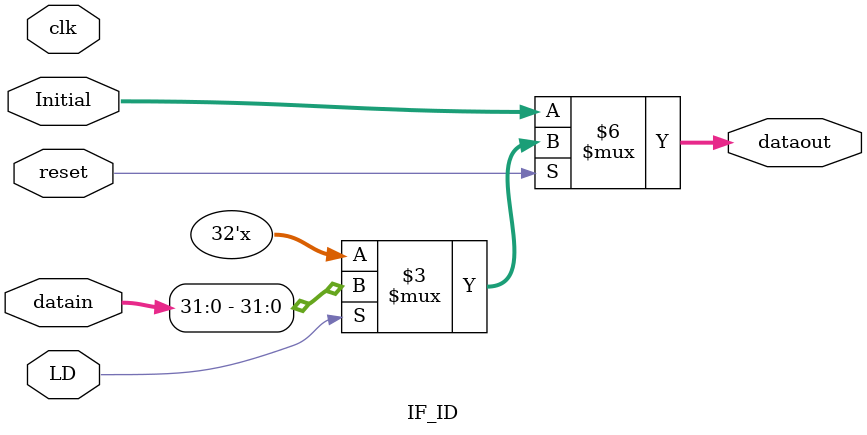
<source format=v>
`timescale 1ns / 1ps

module IF_ID(
    input clk,
    input LD,
    input reset,
    input [77:0] datain,
    
    input [31:0] Initial,
    
    output reg [31:0] dataout
    );
    // at every clock cycle check for reset or data module load
    always @(clk)
    begin
        if(!reset)
            dataout <= Initial;
        else
            if(LD)
                dataout <= datain;
    end
endmodule


</source>
